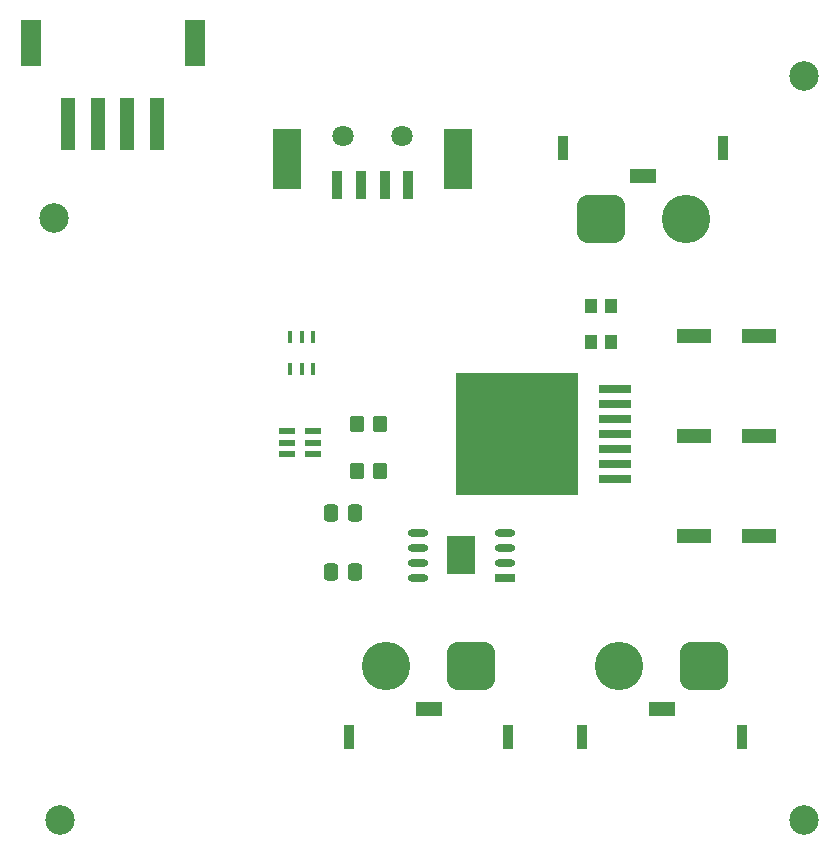
<source format=gbr>
%TF.GenerationSoftware,KiCad,Pcbnew,8.0.6*%
%TF.CreationDate,2025-03-28T18:59:19-04:00*%
%TF.ProjectId,Electrical schematic,456c6563-7472-4696-9361-6c2073636865,rev?*%
%TF.SameCoordinates,Original*%
%TF.FileFunction,Soldermask,Top*%
%TF.FilePolarity,Negative*%
%FSLAX46Y46*%
G04 Gerber Fmt 4.6, Leading zero omitted, Abs format (unit mm)*
G04 Created by KiCad (PCBNEW 8.0.6) date 2025-03-28 18:59:19*
%MOMM*%
%LPD*%
G01*
G04 APERTURE LIST*
G04 Aperture macros list*
%AMRoundRect*
0 Rectangle with rounded corners*
0 $1 Rounding radius*
0 $2 $3 $4 $5 $6 $7 $8 $9 X,Y pos of 4 corners*
0 Add a 4 corners polygon primitive as box body*
4,1,4,$2,$3,$4,$5,$6,$7,$8,$9,$2,$3,0*
0 Add four circle primitives for the rounded corners*
1,1,$1+$1,$2,$3*
1,1,$1+$1,$4,$5*
1,1,$1+$1,$6,$7*
1,1,$1+$1,$8,$9*
0 Add four rect primitives between the rounded corners*
20,1,$1+$1,$2,$3,$4,$5,0*
20,1,$1+$1,$4,$5,$6,$7,0*
20,1,$1+$1,$6,$7,$8,$9,0*
20,1,$1+$1,$8,$9,$2,$3,0*%
G04 Aperture macros list end*
%ADD10C,2.500000*%
%ADD11R,2.997200X1.219200*%
%ADD12R,0.889000X2.489200*%
%ADD13C,1.803400*%
%ADD14R,2.489200X5.156200*%
%ADD15RoundRect,0.250000X0.350000X0.450000X-0.350000X0.450000X-0.350000X-0.450000X0.350000X-0.450000X0*%
%ADD16R,1.473200X0.558800*%
%ADD17R,2.667000X0.787400*%
%ADD18R,10.414000X10.414000*%
%ADD19R,1.752600X0.660400*%
%ADD20O,1.752600X0.660400*%
%ADD21R,2.413000X3.302000*%
%ADD22R,0.457200X1.003300*%
%ADD23R,1.005599X1.199998*%
%ADD24R,1.295400X4.495800*%
%ADD25R,1.803400X3.911600*%
%ADD26R,0.900000X2.000000*%
%ADD27RoundRect,1.025000X1.025000X1.025000X-1.025000X1.025000X-1.025000X-1.025000X1.025000X-1.025000X0*%
%ADD28C,4.100000*%
%ADD29R,2.300000X1.300000*%
%ADD30RoundRect,0.250000X0.337500X0.475000X-0.337500X0.475000X-0.337500X-0.475000X0.337500X-0.475000X0*%
%ADD31RoundRect,1.025000X-1.025000X-1.025000X1.025000X-1.025000X1.025000X1.025000X-1.025000X1.025000X0*%
G04 APERTURE END LIST*
D10*
%TO.C,REF\u002A\u002A*%
X160000000Y-129500000D03*
%TD*%
%TO.C,REF\u002A\u002A*%
X160000000Y-66500000D03*
%TD*%
%TO.C,REF\u002A\u002A*%
X96500000Y-78500000D03*
%TD*%
%TO.C,REF\u002A\u002A*%
X97000000Y-129500000D03*
%TD*%
D11*
%TO.C,C1*%
X150744100Y-88532400D03*
X156255900Y-88532400D03*
%TD*%
D12*
%TO.C,U5*%
X126517399Y-75770101D03*
X124517400Y-75770101D03*
X122517399Y-75770101D03*
X120517401Y-75770101D03*
D13*
X126017400Y-71570102D03*
X121017400Y-71570102D03*
D14*
X130767398Y-73576709D03*
X116267402Y-73576709D03*
%TD*%
D15*
%TO.C,R3*%
X124147450Y-99950001D03*
X122147450Y-99950001D03*
%TD*%
D16*
%TO.C,U3*%
X118500000Y-98500000D03*
X118500000Y-97549999D03*
X118500000Y-96599998D03*
X116264800Y-96599998D03*
X116264800Y-97549999D03*
X116264800Y-98500000D03*
%TD*%
D17*
%TO.C,U1*%
X144000000Y-100620000D03*
X144000000Y-99350000D03*
X144000000Y-98080000D03*
X144000000Y-96810000D03*
X144000000Y-95540000D03*
X144000000Y-94270000D03*
X144000000Y-93000000D03*
D18*
X135757700Y-96810000D03*
%TD*%
D15*
%TO.C,R4*%
X124147450Y-96000000D03*
X122147450Y-96000000D03*
%TD*%
D19*
%TO.C,U2*%
X134674999Y-109000000D03*
D20*
X134674999Y-107730000D03*
X134674999Y-106460000D03*
X134674999Y-105190000D03*
X127325001Y-105190000D03*
X127325001Y-106460000D03*
X127325001Y-107730000D03*
X127325001Y-109000000D03*
D21*
X131000000Y-107095000D03*
%TD*%
D22*
%TO.C,U4*%
X116549999Y-91352550D03*
X117500000Y-91352550D03*
X118450001Y-91352550D03*
X118450001Y-88647450D03*
X117500000Y-88647450D03*
X116549999Y-88647450D03*
%TD*%
D23*
%TO.C,R2*%
X143705598Y-89000000D03*
X142000000Y-89000000D03*
%TD*%
D24*
%TO.C,J1*%
X105250000Y-70549501D03*
X102750000Y-70549501D03*
X100250000Y-70549501D03*
X97750000Y-70549501D03*
D25*
X94550001Y-63759501D03*
X108449999Y-63759501D03*
%TD*%
D26*
%TO.C,J3*%
X154750000Y-122500000D03*
X141250000Y-122500000D03*
D27*
X151600000Y-116500000D03*
D28*
X144400000Y-116500000D03*
D29*
X148000000Y-120150000D03*
%TD*%
D26*
%TO.C,J2*%
X135000000Y-122500000D03*
X121500000Y-122500000D03*
D27*
X131850000Y-116500000D03*
D28*
X124650000Y-116500000D03*
D29*
X128250000Y-120150000D03*
%TD*%
D30*
%TO.C,C11*%
X119962500Y-103500000D03*
X122037500Y-103500000D03*
%TD*%
D26*
%TO.C,J5*%
X139650000Y-72650000D03*
X153150000Y-72650000D03*
D31*
X142800000Y-78650000D03*
D28*
X150000000Y-78650000D03*
D29*
X146400000Y-75000000D03*
%TD*%
D30*
%TO.C,C10*%
X122037500Y-108500000D03*
X119962500Y-108500000D03*
%TD*%
D11*
%TO.C,C3*%
X150744100Y-105467600D03*
X156255900Y-105467600D03*
%TD*%
%TO.C,C2*%
X150744100Y-97000000D03*
X156255900Y-97000000D03*
%TD*%
D23*
%TO.C,R1*%
X142000000Y-86000000D03*
X143705598Y-86000000D03*
%TD*%
M02*

</source>
